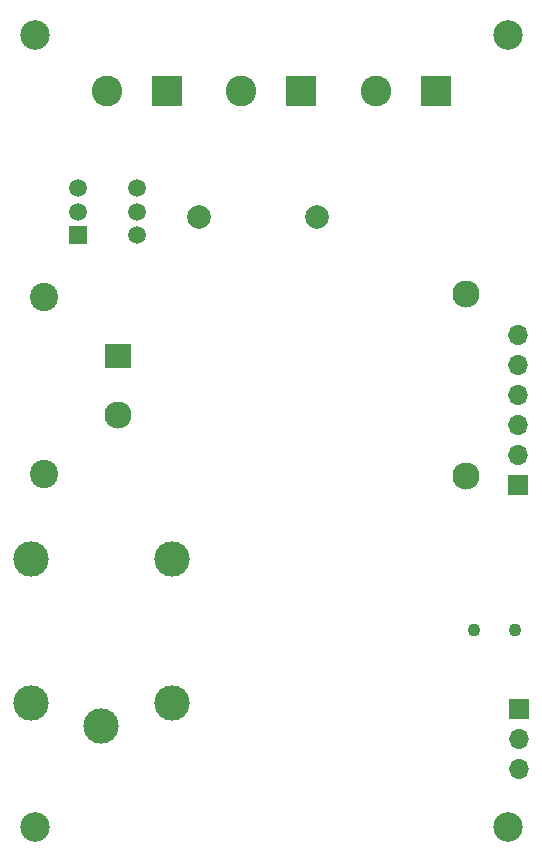
<source format=gbs>
%TF.GenerationSoftware,KiCad,Pcbnew,7.0.8*%
%TF.CreationDate,2025-03-27T12:51:53-03:00*%
%TF.ProjectId,on_off_module_x1,6f6e5f6f-6666-45f6-9d6f-64756c655f78,2.0*%
%TF.SameCoordinates,Original*%
%TF.FileFunction,Soldermask,Bot*%
%TF.FilePolarity,Negative*%
%FSLAX46Y46*%
G04 Gerber Fmt 4.6, Leading zero omitted, Abs format (unit mm)*
G04 Created by KiCad (PCBNEW 7.0.8) date 2025-03-27 12:51:53*
%MOMM*%
%LPD*%
G01*
G04 APERTURE LIST*
%ADD10C,1.100000*%
%ADD11C,2.500000*%
%ADD12R,2.600000X2.600000*%
%ADD13C,2.600000*%
%ADD14C,2.000000*%
%ADD15C,3.000000*%
%ADD16R,1.700000X1.700000*%
%ADD17O,1.700000X1.700000*%
%ADD18C,2.400000*%
%ADD19R,2.300000X2.000000*%
%ADD20C,2.300000*%
%ADD21R,1.500000X1.500000*%
%ADD22C,1.500000*%
G04 APERTURE END LIST*
D10*
%TO.C,R8*%
X165721000Y-118350001D03*
X169121000Y-118350001D03*
%TD*%
D11*
%TO.C,REF\u002A\u002A*%
X128533000Y-68035001D03*
%TD*%
D12*
%TO.C,J3*%
X162495500Y-72757001D03*
D13*
X157415500Y-72757001D03*
%TD*%
D14*
%TO.C,C6*%
X152368000Y-83425001D03*
X142368000Y-83425001D03*
%TD*%
D11*
%TO.C,REF\u002A\u002A*%
X168533000Y-135035001D03*
%TD*%
D15*
%TO.C,K1*%
X134147000Y-126527001D03*
X128147000Y-112327001D03*
X140147000Y-112327001D03*
X140147000Y-124527001D03*
X128147000Y-124527001D03*
%TD*%
D16*
%TO.C,J4*%
X169453000Y-106099001D03*
D17*
X169453000Y-103559001D03*
X169453000Y-101019001D03*
X169453000Y-98479001D03*
X169453000Y-95939001D03*
X169453000Y-93399001D03*
%TD*%
D12*
%TO.C,J2*%
X151078000Y-72757001D03*
D13*
X145998000Y-72757001D03*
%TD*%
D12*
%TO.C,J1*%
X139660500Y-72757001D03*
D13*
X134580500Y-72757001D03*
%TD*%
D18*
%TO.C,C1*%
X129321000Y-90149001D03*
X129321000Y-105149001D03*
%TD*%
D19*
%TO.C,PS1*%
X135586500Y-95149001D03*
D20*
X135586500Y-100149001D03*
X164986500Y-89949001D03*
X164986500Y-105349001D03*
%TD*%
D16*
%TO.C,J5*%
X169478000Y-125081001D03*
D17*
X169478000Y-127621001D03*
X169478000Y-130161001D03*
%TD*%
D11*
%TO.C,REF\u002A\u002A*%
X128533000Y-135035001D03*
%TD*%
%TO.C,REF\u002A\u002A*%
X168533000Y-68035001D03*
%TD*%
D21*
%TO.C,SW1*%
X132155000Y-84975001D03*
D22*
X132155000Y-82975001D03*
X132155000Y-80975001D03*
X137155000Y-84975001D03*
X137155000Y-82975001D03*
X137155000Y-80975001D03*
%TD*%
M02*

</source>
